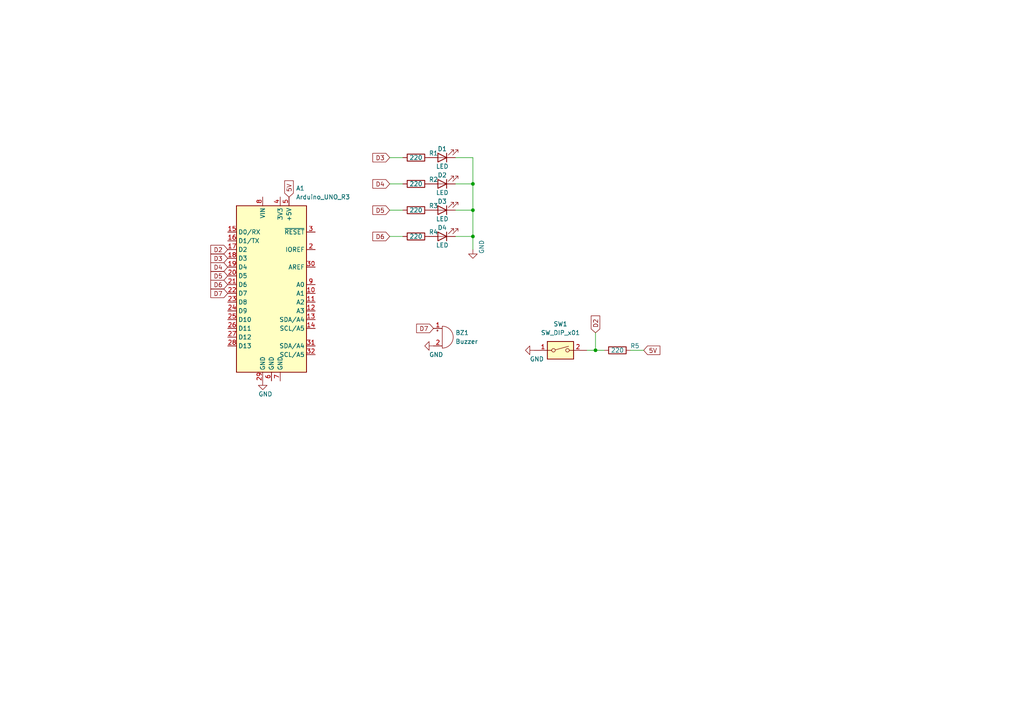
<source format=kicad_sch>
(kicad_sch (version 20211123) (generator eeschema)
  (paper "A4")
  (lib_symbols
    (symbol "Device:Buzzer" (pin_names (offset 0.0254) hide)
      (property "Reference" "BZ" (at 3.81 1.27 0))
      (property "Value" "Buzzer" (at 3.81 -1.27 0))
      (symbol "Buzzer_0_1"
        (arc (start 0 -3.175) (mid 3.175 0) (end 0 3.175))
        (polyline (pts (xy -1.651 1.905) (xy -1.143 1.905)))
        (polyline (pts (xy -1.397 2.159) (xy -1.397 1.651)))
        (polyline (pts (xy 0 3.175) (xy 0 -3.175)))
      )
      (symbol "Buzzer_1_1"
        (pin passive line (at -2.54 2.54 0) (length 2.54) (name "-") (number "1"))
        (pin passive line (at -2.54 -2.54 0) (length 2.54) (name "+") (number "2"))
      )
    )
    (symbol "Device:LED" (pin_numbers hide) (pin_names (offset 1.016) hide)
      (property "Reference" "D" (at 0 2.54 0))
      (property "Value" "LED" (at 0 -2.54 0))
      (symbol "LED_0_1"
        (polyline (pts (xy -1.27 -1.27) (xy -1.27 1.27)) (stroke (width 0.254)))
        (polyline (pts (xy -1.27 0) (xy 1.27 0)))
        (polyline (pts (xy 1.27 -1.27) (xy 1.27 1.27) (xy -1.27 0) (xy 1.27 -1.27)) (stroke (width 0.254)))
        (polyline (pts (xy -3.048 -0.762) (xy -4.572 -2.286) (xy -3.81 -2.286) (xy -4.572 -2.286) (xy -4.572 -1.524)))
        (polyline (pts (xy -1.778 -0.762) (xy -3.302 -2.286) (xy -2.54 -2.286) (xy -3.302 -2.286) (xy -3.302 -1.524)))
      )
      (symbol "LED_1_1"
        (pin passive line (at -3.81 0 0) (length 2.54) (name "K") (number "1"))
        (pin passive line (at 3.81 0 180) (length 2.54) (name "A") (number "2"))
      )
    )
    (symbol "Device:R" (pin_numbers hide) (pin_names (offset 0))
      (property "Reference" "R" (at 2.032 0 90))
      (property "Value" "R" (at 0 0 90))
      (symbol "R_0_1"
        (rectangle (start -1.016 -2.54) (end 1.016 2.54) (stroke (width 0.254)))
      )
      (symbol "R_1_1"
        (pin passive line (at 0 3.81 270) (length 1.27) (name "~") (number "1"))
        (pin passive line (at 0 -3.81 90) (length 1.27) (name "~") (number "2"))
      )
    )
    (symbol "MCU_Module:Arduino_UNO_R3"
      (property "Reference" "A" (at -10.16 23.495 0))
      (property "Value" "Arduino_UNO_R3" (at 5.08 -26.67 0))
      (symbol "Arduino_UNO_R3_0_1"
        (rectangle (start -10.16 22.86) (end 10.16 -25.4) (stroke (width 0.254)) (fill (type background)))
      )
      (symbol "Arduino_UNO_R3_1_1"
        (pin no_connect line (at -10.16 -20.32 0) (length 2.54) hide (name "NC") (number "1"))
        (pin bidirectional line (at 12.7 -2.54 180) (length 2.54) (name "A1") (number "10"))
        (pin bidirectional line (at 12.7 -5.08 180) (length 2.54) (name "A2") (number "11"))
        (pin bidirectional line (at 12.7 -7.62 180) (length 2.54) (name "A3") (number "12"))
        (pin bidirectional line (at 12.7 -10.16 180) (length 2.54) (name "SDA/A4") (number "13"))
        (pin bidirectional line (at 12.7 -12.7 180) (length 2.54) (name "SCL/A5") (number "14"))
        (pin bidirectional line (at -12.7 15.24 0) (length 2.54) (name "D0/RX") (number "15"))
        (pin bidirectional line (at -12.7 12.7 0) (length 2.54) (name "D1/TX") (number "16"))
        (pin bidirectional line (at -12.7 10.16 0) (length 2.54) (name "D2") (number "17"))
        (pin bidirectional line (at -12.7 7.62 0) (length 2.54) (name "D3") (number "18"))
        (pin bidirectional line (at -12.7 5.08 0) (length 2.54) (name "D4") (number "19"))
        (pin output line (at 12.7 10.16 180) (length 2.54) (name "IOREF") (number "2"))
        (pin bidirectional line (at -12.7 2.54 0) (length 2.54) (name "D5") (number "20"))
        (pin bidirectional line (at -12.7 0 0) (length 2.54) (name "D6") (number "21"))
        (pin bidirectional line (at -12.7 -2.54 0) (length 2.54) (name "D7") (number "22"))
        (pin bidirectional line (at -12.7 -5.08 0) (length 2.54) (name "D8") (number "23"))
        (pin bidirectional line (at -12.7 -7.62 0) (length 2.54) (name "D9") (number "24"))
        (pin bidirectional line (at -12.7 -10.16 0) (length 2.54) (name "D10") (number "25"))
        (pin bidirectional line (at -12.7 -12.7 0) (length 2.54) (name "D11") (number "26"))
        (pin bidirectional line (at -12.7 -15.24 0) (length 2.54) (name "D12") (number "27"))
        (pin bidirectional line (at -12.7 -17.78 0) (length 2.54) (name "D13") (number "28"))
        (pin power_in line (at -2.54 -27.94 90) (length 2.54) (name "GND") (number "29"))
        (pin input line (at 12.7 15.24 180) (length 2.54) (name "~{RESET}") (number "3"))
        (pin input line (at 12.7 5.08 180) (length 2.54) (name "AREF") (number "30"))
        (pin bidirectional line (at 12.7 -17.78 180) (length 2.54) (name "SDA/A4") (number "31"))
        (pin bidirectional line (at 12.7 -20.32 180) (length 2.54) (name "SCL/A5") (number "32"))
        (pin power_out line (at 2.54 25.4 270) (length 2.54) (name "3V3") (number "4"))
        (pin power_out line (at 5.08 25.4 270) (length 2.54) (name "+5V") (number "5"))
        (pin power_in line (at 0 -27.94 90) (length 2.54) (name "GND") (number "6"))
        (pin power_in line (at 2.54 -27.94 90) (length 2.54) (name "GND") (number "7"))
        (pin power_in line (at -2.54 25.4 270) (length 2.54) (name "VIN") (number "8"))
        (pin bidirectional line (at 12.7 0 180) (length 2.54) (name "A0") (number "9"))
      )
    )
    (symbol "Switch:SW_DIP_x01" (pin_names (offset 0) hide)
      (property "Reference" "SW" (at 0 3.81 0))
      (property "Value" "SW_DIP_x01" (at 0 -3.81 0))
      (symbol "SW_DIP_x01_0_0"
        (circle (center -2.032 0) (radius 0.508))
        (polyline (pts (xy -1.524 0.127) (xy 2.3622 1.1684)))
        (circle (center 2.032 0) (radius 0.508))
      )
      (symbol "SW_DIP_x01_0_1"
        (rectangle (start -3.81 2.54) (end 3.81 -2.54) (stroke (width 0.254)) (fill (type background)))
      )
      (symbol "SW_DIP_x01_1_1"
        (pin passive line (at -7.62 0 0) (length 5.08) (name "~") (number "1"))
        (pin passive line (at 7.62 0 180) (length 5.08) (name "~") (number "2"))
      )
    )
    (symbol "power:GND" (power) (pin_names (offset 0))
      (property "Value" "GND" (at 0 -3.81 0))
      (symbol "GND_0_1"
        (polyline (pts (xy 0 0) (xy 0 -1.27) (xy 1.27 -1.27) (xy 0 -2.54) (xy -1.27 -1.27) (xy 0 -1.27)))
      )
      (symbol "GND_1_1"
        (pin power_in line (at 0 0 270) (length 0) hide (name "GND") (number "1"))
      )
    )
  )
  (junction (at 137.16 60.96))
  (junction (at 172.72 101.6))
  (junction (at 137.16 53.34))
  (junction (at 137.16 68.58))
  (wire (pts (xy 182.88 101.6) (xy 186.69 101.6)))
  (wire (pts (xy 137.16 45.72) (xy 137.16 53.34)))
  (wire (pts (xy 137.16 53.34) (xy 137.16 60.96)))
  (wire (pts (xy 172.72 101.6) (xy 175.26 101.6)))
  (wire (pts (xy 113.03 68.58) (xy 116.84 68.58)))
  (wire (pts (xy 113.03 45.72) (xy 116.84 45.72)))
  (wire (pts (xy 172.72 96.52) (xy 172.72 101.6)))
  (wire (pts (xy 170.18 101.6) (xy 172.72 101.6)))
  (wire (pts (xy 137.16 45.72) (xy 132.08 45.72)))
  (wire (pts (xy 137.16 68.58) (xy 132.08 68.58)))
  (wire (pts (xy 113.03 60.96) (xy 116.84 60.96)))
  (wire (pts (xy 113.03 53.34) (xy 116.84 53.34)))
  (wire (pts (xy 137.16 60.96) (xy 132.08 60.96)))
  (wire (pts (xy 137.16 60.96) (xy 137.16 68.58)))
  (wire (pts (xy 137.16 68.58) (xy 137.16 72.39)))
  (wire (pts (xy 137.16 53.34) (xy 132.08 53.34)))
  (global_label "5V" (shape input) (at 83.82 57.15 90) (property "Intersheet References" "${INTERSHEET_REFS}" (effects hide)))
  (global_label "D2" (shape input) (at 172.72 96.52 90) (property "Intersheet References" "${INTERSHEET_REFS}" (effects hide)))
  (global_label "D4" (shape input) (at 113.03 53.34 180) (property "Intersheet References" "${INTERSHEET_REFS}" (effects hide)))
  (global_label "D5" (shape input) (at 66.04 80.01 180) (property "Intersheet References" "${INTERSHEET_REFS}" (effects hide)))
  (global_label "D7" (shape input) (at 125.73 95.25 180) (property "Intersheet References" "${INTERSHEET_REFS}" (effects hide)))
  (global_label "D5" (shape input) (at 113.03 60.96 180) (property "Intersheet References" "${INTERSHEET_REFS}" (effects hide)))
  (global_label "D2" (shape input) (at 66.04 72.39 180) (property "Intersheet References" "${INTERSHEET_REFS}" (effects hide)))
  (global_label "5V" (shape input) (at 186.69 101.6 0) (property "Intersheet References" "${INTERSHEET_REFS}" (effects hide)))
  (global_label "D6" (shape input) (at 113.03 68.58 180) (property "Intersheet References" "${INTERSHEET_REFS}" (effects hide)))
  (global_label "D3" (shape input) (at 66.04 74.93 180) (property "Intersheet References" "${INTERSHEET_REFS}" (effects hide)))
  (global_label "D6" (shape input) (at 66.04 82.55 180) (property "Intersheet References" "${INTERSHEET_REFS}" (effects hide)))
  (global_label "D7" (shape input) (at 66.04 85.09 180) (property "Intersheet References" "${INTERSHEET_REFS}" (effects hide)))
  (global_label "D3" (shape input) (at 113.03 45.72 180) (property "Intersheet References" "${INTERSHEET_REFS}" (effects hide)))
  (global_label "D4" (shape input) (at 66.04 77.47 180) (property "Intersheet References" "${INTERSHEET_REFS}" (effects hide)))
  (symbol (lib_id "power:GND") (at 76.2 110.49 0) (unit 1)
    (property "Reference" "#PWR01" (effects hide))
    (property "Value" "GND" (at 74.93 114.3 0) (effects (justify left)))
  )
  (symbol (lib_id "Device:LED") (at 128.27 68.58 180) (unit 1)
    (property "Reference" "D4" (at 128.27 66.04 0))
    (property "Value" "LED" (at 128.27 71.12 0))
    (property "Footprint" "LED_THT:LED_D5.0mm" (effects hide))
  )
  (symbol (lib_id "Device:R") (at 120.65 45.72 90) (unit 1)
    (property "Reference" "R1" (at 125.73 44.45 90))
    (property "Value" "220" (at 120.65 45.72 90))
    (property "Footprint" "Resistor_THT:R_Axial_DIN0207_L6.3mm_D2.5mm_P7.62mm_Horizontal" (effects hide))
  )
  (symbol (lib_id "Switch:SW_DIP_x01") (at 162.56 101.6 0) (unit 1)
    (property "Reference" "SW1" (at 162.56 93.98 0))
    (property "Value" "SW_DIP_x01" (at 162.56 96.52 0))
    (property "Footprint" "Button_Switch_THT:SW_DIP_SPSTx01_Slide_9.78x4.72mm_W7.62mm_P2.54mm" (effects hide))
  )
  (symbol (lib_id "Device:LED") (at 128.27 60.96 180) (unit 1)
    (property "Reference" "D3" (at 128.27 58.42 0))
    (property "Value" "LED" (at 128.27 63.5 0))
    (property "Footprint" "LED_THT:LED_D5.0mm" (effects hide))
  )
  (symbol (lib_id "power:GND") (at 125.73 100.33 270) (unit 1)
    (property "Reference" "#PWR02" (effects hide))
    (property "Value" "GND" (at 124.46 102.87 90) (effects (justify left)))
  )
  (symbol (lib_id "Device:Buzzer") (at 128.27 97.79 0) (unit 1)
    (property "Reference" "BZ1" (at 132.08 96.5199 0) (effects (justify left)))
    (property "Value" "Buzzer" (at 132.08 99.0599 0) (effects (justify left)))
    (property "Footprint" "Buzzer_Beeper:Buzzer_12x9.5RM7.6" (effects hide))
  )
  (symbol (lib_id "Device:R") (at 120.65 68.58 90) (unit 1)
    (property "Reference" "R4" (at 125.73 67.31 90))
    (property "Value" "220" (at 120.65 68.58 90))
    (property "Footprint" "Resistor_THT:R_Axial_DIN0207_L6.3mm_D2.5mm_P7.62mm_Horizontal" (effects hide))
  )
  (symbol (lib_id "Device:LED") (at 128.27 53.34 180) (unit 1)
    (property "Reference" "D2" (at 128.27 50.8 0))
    (property "Value" "LED" (at 128.27 55.88 0))
    (property "Footprint" "LED_THT:LED_D5.0mm" (effects hide))
  )
  (symbol (lib_id "Device:R") (at 179.07 101.6 90) (unit 1)
    (property "Reference" "R5" (at 184.15 100.33 90))
    (property "Value" "220" (at 179.07 101.6 90))
    (property "Footprint" "Resistor_THT:R_Axial_DIN0207_L6.3mm_D2.5mm_P7.62mm_Horizontal" (effects hide))
  )
  (symbol (lib_id "power:GND") (at 154.94 101.6 270) (unit 1)
    (property "Reference" "#PWR04" (effects hide))
    (property "Value" "GND" (at 153.67 104.14 90) (effects (justify left)))
  )
  (symbol (lib_id "Device:R") (at 120.65 60.96 90) (unit 1)
    (property "Reference" "R3" (at 125.73 59.69 90))
    (property "Value" "220" (at 120.65 60.96 90))
    (property "Footprint" "Resistor_THT:R_Axial_DIN0207_L6.3mm_D2.5mm_P7.62mm_Horizontal" (effects hide))
  )
  (symbol (lib_id "power:GND") (at 137.16 72.39 0) (unit 1)
    (property "Reference" "#PWR03" (effects hide))
    (property "Value" "GND" (at 139.7 73.66 90) (effects (justify left)))
  )
  (symbol (lib_id "Device:LED") (at 128.27 45.72 180) (unit 1)
    (property "Reference" "D1" (at 128.27 43.18 0))
    (property "Value" "LED" (at 128.27 48.26 0))
    (property "Footprint" "LED_THT:LED_D5.0mm" (effects hide))
  )
  (symbol (lib_id "MCU_Module:Arduino_UNO_R3") (at 78.74 82.55 0) (unit 1)
    (property "Reference" "A1" (at 85.8394 54.61 0) (effects (justify left)))
    (property "Value" "Arduino_UNO_R3" (at 85.8394 57.15 0) (effects (justify left)))
    (property "Footprint" "Module:Arduino_UNO_R3" (effects hide))
    (property "Datasheet" "https://www.arduino.cc/en/Main/arduinoBoardUno" (effects hide))
  )
  (symbol (lib_id "Device:R") (at 120.65 53.34 90) (unit 1)
    (property "Reference" "R2" (at 125.73 52.07 90))
    (property "Value" "220" (at 120.65 53.34 90))
    (property "Footprint" "Resistor_THT:R_Axial_DIN0207_L6.3mm_D2.5mm_P7.62mm_Horizontal" (effects hide))
  )
)
</source>
